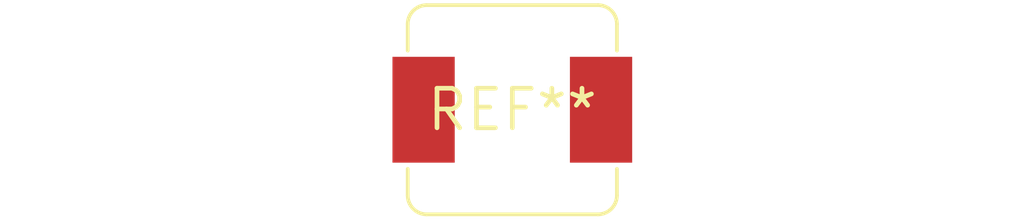
<source format=kicad_pcb>
(kicad_pcb (version 20240108) (generator pcbnew)
  (layers (0 "F.Cu" signal) (31 "B.Cu" signal) (34 "B.Paste" user) (35 "F.Paste" user) (36 "B.SilkS" user "B.Silkscreen") (37 "F.SilkS" user "F.Silkscreen") (38 "B.Mask" user) (39 "F.Mask" user) (44 "Edge.Cuts" user))
  (net 0 "")
  (footprint "L_Sumida_CDMC6D28_7.25x6.5mm" (layer "F.Cu") (at 0 0)
    (property "Reference" "REF**")
    (property "Value" "L_Sumida_CDMC6D28_7.25x6.5mm")
    (fp_line (start -3.36 -1.9) (end -3.36 -2.75) (layer "F.SilkS") (stroke (width 0.12)))
    (fp_line (start -3.36 2.75) (end -3.36 1.9) (layer "F.SilkS") (stroke (width 0.12)))
    (fp_line (start -2.75 -3.36) (end 2.75 -3.36) (layer "F.SilkS") (stroke (width 0.12)))
    (fp_line (start 2.75 3.36) (end -2.75 3.36) (layer "F.SilkS") (stroke (width 0.12)))
    (fp_line (start 3.36 -2.75) (end 3.36 -1.9) (layer "F.SilkS") (stroke (width 0.12)))
    (fp_line (start 3.36 1.9) (end 3.36 2.75) (layer "F.SilkS") (stroke (width 0.12)))
    (fp_arc (start -3.36 -2.75) (mid -3.181335 -3.181335) (end -2.75 -3.36) (layer "F.SilkS") (stroke (width 0.12)))
    (fp_arc (start -2.75 3.36) (mid -3.181335 3.181335) (end -3.36 2.75) (layer "F.SilkS") (stroke (width 0.12)))
    (fp_arc (start 2.75 -3.36) (mid 3.181335 -3.181335) (end 3.36 -2.75) (layer "F.SilkS") (stroke (width 0.12)))
    (fp_arc (start 3.36 2.75) (mid 3.181335 3.181335) (end 2.75 3.36) (layer "F.SilkS") (stroke (width 0.12)))
    (pad "1" smd rect (at -2.85 0) (size 2 3.4) (layers "F.Cu" "F.Paste" "F.Mask"))
    (pad "2" smd rect (at 2.85 0) (size 2 3.4) (layers "F.Cu" "F.Paste" "F.Mask"))
  )
)
</source>
